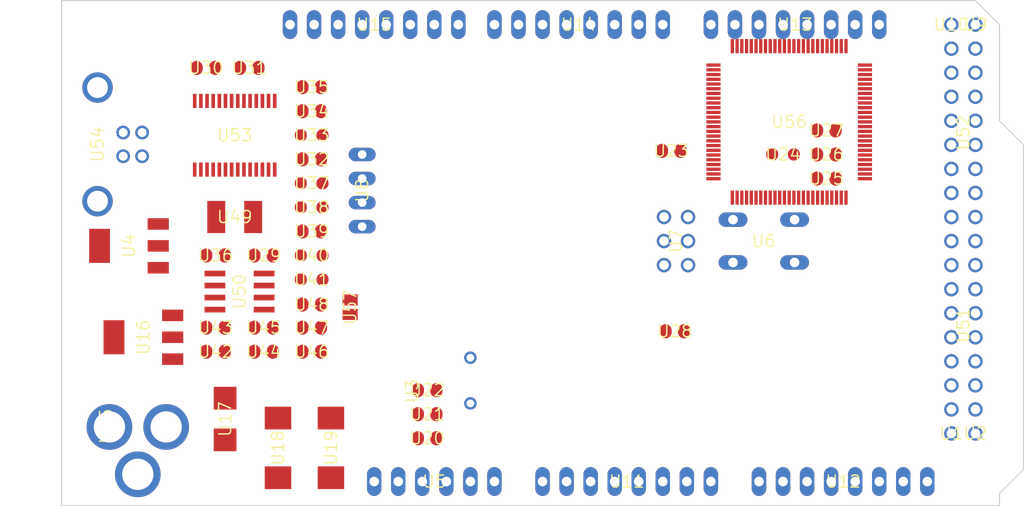
<source format=kicad_pcb>
(kicad_pcb (version 20221018) (generator pcbnew)
  (layers (0 "F.Cu" signal "Top") (31 "B.Cu" signal "Bottom") (34 "B.Paste" user) (35 "F.Paste" user) (36 "B.SilkS" user "B.Silkscreen") (37 "F.SilkS" user "F.Silkscreen") (38 "B.Mask" user) (39 "F.Mask" user) (44 "Edge.Cuts" user))
  (net 0 "")
  (net 1 "+5V")
  (net 2 "GND")
  (net 3 "N$6")
  (net 4 "N$7")
  (net 5 "AREF")
  (net 6 "RESET")
  (net 7 "VIN")
  (net 8 "N$3")
  (net 9 "PWRIN")
  (net 10 "M8RXD")
  (net 11 "M8TXD")
  (net 12 "ADC0")
  (net 13 "ADC2")
  (net 14 "ADC1")
  (net 15 "ADC3")
  (net 16 "ADC4")
  (net 17 "ADC5")
  (net 18 "ADC6")
  (net 19 "ADC7")
  (net 20 "+3V3")
  (net 21 "SDA")
  (net 22 "SCL")
  (net 23 "ADC9")
  (net 24 "ADC8")
  (net 25 "ADC10")
  (net 26 "ADC11")
  (net 27 "ADC12")
  (net 28 "ADC13")
  (net 29 "ADC14")
  (net 30 "ADC15")
  (net 31 "PB3")
  (net 32 "PB2")
  (net 33 "PB1")
  (net 34 "PB5")
  (net 35 "PB4")
  (net 36 "PE5")
  (net 37 "PE4")
  (net 38 "PE3")
  (net 39 "PE1")
  (net 40 "PE0")
  (net 41 "N$15")
  (net 42 "N$53")
  (net 43 "N$54")
  (net 44 "N$55")
  (net 45 "D-")
  (net 46 "D+")
  (net 47 "N$60")
  (net 48 "DTR")
  (net 49 "USBVCC")
  (net 50 "N$2")
  (net 51 "N$4")
  (net 52 "GATE_CMD")
  (net 53 "CMP")
  (net 54 "PB6")
  (net 55 "PH3")
  (net 56 "PH4")
  (net 57 "PH5")
  (net 58 "PH6")
  (net 59 "PG5")
  (net 60 "RXD1")
  (net 61 "TXD1")
  (net 62 "RXD2")
  (net 63 "RXD3")
  (net 64 "TXD2")
  (net 65 "TXD3")
  (net 66 "PC0")
  (net 67 "PC1")
  (net 68 "PC2")
  (net 69 "PC3")
  (net 70 "PC4")
  (net 71 "PC5")
  (net 72 "PC6")
  (net 73 "PC7")
  (net 74 "PB0")
  (net 75 "PG0")
  (net 76 "PG1")
  (net 77 "PG2")
  (net 78 "PD7")
  (net 79 "PA0")
  (net 80 "PA1")
  (net 81 "PA2")
  (net 82 "PA3")
  (net 83 "PA4")
  (net 84 "PA5")
  (net 85 "PA6")
  (net 86 "PA7")
  (net 87 "PL0")
  (net 88 "PL1")
  (net 89 "PL2")
  (net 90 "PL3")
  (net 91 "PL4")
  (net 92 "PL5")
  (net 93 "PL6")
  (net 94 "PL7")
  (net 95 "PB7")
  (net 96 "CTS")
  (net 97 "DSR")
  (net 98 "DCD")
  (net 99 "RI")
  (footprint "Arduino_MEGA_Reference_Design:2X03" (layer "F.Cu") (at 162.5981 103.7336 -90)
    (fp_text reference "U7")
    (fp_text value "")
  )
  (footprint "Arduino_MEGA_Reference_Design:1X08" (layer "F.Cu") (at 152.3111 80.8736 180)
    (fp_text reference "U14")
    (fp_text value "")
  )
  (footprint "Arduino_MEGA_Reference_Design:1X08" (layer "F.Cu") (at 130.7211 80.8736 180)
    (fp_text reference "U15")
    (fp_text value "")
  )
  (footprint "Arduino_MEGA_Reference_Design:SMC_D" (layer "F.Cu") (at 120.5611 125.5776 -90)
    (fp_text reference "U18")
    (fp_text value "")
  )
  (footprint "Arduino_MEGA_Reference_Design:SMC_D" (layer "F.Cu") (at 126.1491 125.5776 -90)
    (fp_text reference "U19")
    (fp_text value "")
  )
  (footprint "Arduino_MEGA_Reference_Design:B3F-10XX" (layer "F.Cu") (at 171.8691 103.7336 180)
    (fp_text reference "U6")
    (fp_text value "")
  )
  (footprint "Arduino_MEGA_Reference_Design:0805RND" (layer "F.Cu") (at 173.9011 94.5896 180)
    (fp_text reference "U24")
    (fp_text value "")
  )
  (footprint "Arduino_MEGA_Reference_Design:SMB" (layer "F.Cu") (at 114.9731 122.5296 -90)
    (fp_text reference "U17")
    (fp_text value "")
  )
  (footprint "Arduino_MEGA_Reference_Design:DC-21MM" (layer "F.Cu") (at 103.0351 123.2916 90)
    (fp_text reference "U55")
    (fp_text value "")
  )
  (footprint "Arduino_MEGA_Reference_Design:HC49_S" (layer "F.Cu") (at 140.8811 118.4656 90)
    (fp_text reference "U3")
    (fp_text value "")
  )
  (footprint "Arduino_MEGA_Reference_Design:SOT223" (layer "F.Cu") (at 106.3371 113.8936 90)
    (fp_text reference "U16")
    (fp_text value "")
  )
  (footprint "Arduino_MEGA_Reference_Design:1X06" (layer "F.Cu") (at 137.0711 129.1336)
    (fp_text reference "U5")
    (fp_text value "")
  )
  (footprint "Arduino_MEGA_Reference_Design:C0805RND" (layer "F.Cu") (at 124.1171 87.4776)
    (fp_text reference "U35")
    (fp_text value "")
  )
  (footprint "Arduino_MEGA_Reference_Design:C0805RND" (layer "F.Cu") (at 162.4711 113.2586)
    (fp_text reference "U28")
    (fp_text value "")
  )
  (footprint "Arduino_MEGA_Reference_Design:C0805RND" (layer "F.Cu") (at 136.3091 122.0216)
    (fp_text reference "U21")
    (fp_text value "")
  )
  (footprint "Arduino_MEGA_Reference_Design:C0805RND" (layer "F.Cu") (at 136.3091 119.4816)
    (fp_text reference "U22")
    (fp_text value "")
  )
  (footprint "Arduino_MEGA_Reference_Design:C0805RND" (layer "F.Cu") (at 113.9571 112.8776)
    (fp_text reference "U43")
    (fp_text value "")
  )
  (footprint "Arduino_MEGA_Reference_Design:RCL_0805RND" (layer "F.Cu") (at 124.1171 105.2576)
    (fp_text reference "U40")
    (fp_text value "")
  )
  (footprint "Arduino_MEGA_Reference_Design:RCL_0805RND" (layer "F.Cu") (at 124.1171 107.7976)
    (fp_text reference "U41")
    (fp_text value "")
  )
  (footprint "Arduino_MEGA_Reference_Design:1X08" (layer "F.Cu") (at 157.3911 129.1336)
    (fp_text reference "U11")
    (fp_text value "")
  )
  (footprint "Arduino_MEGA_Reference_Design:1X08" (layer "F.Cu") (at 175.1711 80.8736 180)
    (fp_text reference "U13")
    (fp_text value "")
  )
  (footprint "Arduino_MEGA_Reference_Design:R0805RND" (layer "F.Cu") (at 178.4731 94.5896 180)
    (fp_text reference "U26")
    (fp_text value "")
  )
  (footprint "Arduino_MEGA_Reference_Design:R0805RND" (layer "F.Cu") (at 178.4731 92.0496 180)
    (fp_text reference "U27")
    (fp_text value "")
  )
  (footprint "Arduino_MEGA_Reference_Design:TQFP100" (layer "F.Cu") (at 174.54998779296875 91.14759826660156 0)
    (fp_text reference "U56")
    (fp_text value "")
  )
  (footprint "Arduino_MEGA_Reference_Design:C0805RND" (layer "F.Cu") (at 162.0901 94.2086 180)
    (fp_text reference "U23")
    (fp_text value "")
  )
  (footprint "Arduino_MEGA_Reference_Design:C0805RND" (layer "F.Cu") (at 136.3091 124.5616)
    (fp_text reference "U20")
    (fp_text value "")
  )
  (footprint "Arduino_MEGA_Reference_Design:1X08" (layer "F.Cu") (at 180.2511 129.1336)
    (fp_text reference "U12")
    (fp_text value "")
  )
  (footprint "Arduino_MEGA_Reference_Design:R0805RND" (layer "F.Cu") (at 124.1171 112.8776)
    (fp_text reference "U47")
    (fp_text value "")
  )
  (footprint "Arduino_MEGA_Reference_Design:C0805RND" (layer "F.Cu") (at 124.1171 115.4176)
    (fp_text reference "U46")
    (fp_text value "")
  )
  (footprint "Arduino_MEGA_Reference_Design:C0805RND" (layer "F.Cu") (at 113.9571 105.2576)
    (fp_text reference "U36")
    (fp_text value "")
  )
  (footprint "Arduino_MEGA_Reference_Design:C0805RND" (layer "F.Cu") (at 112.9411 85.4456)
    (fp_text reference "U30")
    (fp_text value "")
  )
  (footprint "Arduino_MEGA_Reference_Design:0805RND" (layer "F.Cu") (at 124.1171 100.1776 180)
    (fp_text reference "U38")
    (fp_text value "")
  )
  (footprint "Arduino_MEGA_Reference_Design:0805RND" (layer "F.Cu") (at 124.1171 97.6376 180)
    (fp_text reference "U37")
    (fp_text value "")
  )
  (footprint "Arduino_MEGA_Reference_Design:R0805RND" (layer "F.Cu") (at 124.1171 95.0976)
    (fp_text reference "U32")
    (fp_text value "")
  )
  (footprint "Arduino_MEGA_Reference_Design:R0805RND" (layer "F.Cu") (at 124.1171 102.7176)
    (fp_text reference "U39")
    (fp_text value "")
  )
  (footprint "Arduino_MEGA_Reference_Design:SSOP28" (layer "F.Cu") (at 115.9891 92.5576)
    (fp_text reference "U53")
    (fp_text value "")
  )
  (footprint "Arduino_MEGA_Reference_Design:PN61729" (layer "F.Cu") (at 98.9584 93.5228 -90)
    (fp_text reference "U54")
    (fp_text value "")
  )
  (footprint "Arduino_MEGA_Reference_Design:L1812" (layer "F.Cu") (at 115.9891 101.1936)
    (fp_text reference "U49")
    (fp_text value "")
  )
  (footprint "Arduino_MEGA_Reference_Design:C0805RND" (layer "F.Cu") (at 117.5131 85.4456)
    (fp_text reference "U31")
    (fp_text value "")
  )
  (footprint "Arduino_MEGA_Reference_Design:0805RND" (layer "F.Cu") (at 124.1171 92.5576 180)
    (fp_text reference "U33")
    (fp_text value "")
  )
  (footprint "Arduino_MEGA_Reference_Design:R0805RND" (layer "F.Cu") (at 124.1171 90.0176 180)
    (fp_text reference "U34")
    (fp_text value "")
  )
  (footprint "Arduino_MEGA_Reference_Design:C0805RND" (layer "F.Cu") (at 124.1171 110.4392 180)
    (fp_text reference "U48")
    (fp_text value "")
  )
  (footprint "Arduino_MEGA_Reference_Design:SOT223" (layer "F.Cu") (at 104.8131 104.2416 90)
    (fp_text reference "U4")
    (fp_text value "")
  )
  (footprint "Arduino_MEGA_Reference_Design:SO08" (layer "F.Cu") (at 116.4971 109.0676 -90)
    (fp_text reference "U50")
    (fp_text value "")
  )
  (footprint "Arduino_MEGA_Reference_Design:R0805RND" (layer "F.Cu") (at 113.9571 115.4176 180)
    (fp_text reference "U42")
    (fp_text value "")
  )
  (footprint "Arduino_MEGA_Reference_Design:R0805RND" (layer "F.Cu") (at 119.0371 112.8776 180)
    (fp_text reference "U45")
    (fp_text value "")
  )
  (footprint "Arduino_MEGA_Reference_Design:C0805RND" (layer "F.Cu") (at 119.0371 115.4176 180)
    (fp_text reference "U44")
    (fp_text value "")
  )
  (footprint "Arduino_MEGA_Reference_Design:C0805RND" (layer "F.Cu") (at 119.0371 105.2576)
    (fp_text reference "U29")
    (fp_text value "")
  )
  (footprint "Arduino_MEGA_Reference_Design:2X08" (layer "F.Cu") (at 192.9511 92.3036 90)
    (fp_text reference "U52")
    (fp_text value "")
  )
  (footprint "Arduino_MEGA_Reference_Design:2X08" (layer "F.Cu") (at 192.9511 112.6236 90)
    (fp_text reference "U51")
    (fp_text value "")
  )
  (footprint "Arduino_MEGA_Reference_Design:R0805RND" (layer "F.Cu") (at 178.4731 97.1296 180)
    (fp_text reference "U25")
    (fp_text value "")
  )
  (footprint "Arduino_MEGA_Reference_Design:1X01" (layer "F.Cu") (at 191.6811 80.8736)
    (fp_text reference "U10")
    (fp_text value "")
  )
  (footprint "Arduino_MEGA_Reference_Design:1X01" (layer "F.Cu") (at 194.2211 80.8736)
    (fp_text reference "U9")
    (fp_text value "")
  )
  (footprint "Arduino_MEGA_Reference_Design:1X01" (layer "F.Cu") (at 191.6811 124.0536)
    (fp_text reference "U1")
    (fp_text value "")
  )
  (footprint "Arduino_MEGA_Reference_Design:1X01" (layer "F.Cu") (at 194.2211 124.0536)
    (fp_text reference "U2")
    (fp_text value "")
  )
  (footprint "Arduino_MEGA_Reference_Design:SJ" (layer "F.Cu") (at 128.1811 110.7186 -90)
    (fp_text reference "U57")
    (fp_text value "")
  )
  (footprint "Arduino_MEGA_Reference_Design:JP4" (layer "F.Cu") (at 129.4511 98.3996 -90)
    (fp_text reference "U8")
    (fp_text value "")
  )
  (gr_line (start 196.7611 80.8736) (end 196.7611 91.0336) (layer "Edge.Cuts") (width 0.12))
  (gr_line (start 196.7611 130.4036) (end 196.7611 131.6736) (layer "Edge.Cuts") (width 0.12))
  (gr_line (start 194.2211 78.3336) (end 196.7611 80.8736) (layer "Edge.Cuts") (width 0.12))
  (gr_line (start 97.7011 78.3336) (end 194.2211 78.3336) (layer "Edge.Cuts") (width 0.12))
  (gr_line (start 196.7611 91.0336) (end 199.3011 93.5736) (layer "Edge.Cuts") (width 0.12))
  (gr_line (start 97.7011 131.6736) (end 97.7011 78.3336) (layer "Edge.Cuts") (width 0.12))
  (gr_line (start 196.7611 131.6736) (end 97.7011 131.6736) (layer "Edge.Cuts") (width 0.12))
  (gr_line (start 199.3011 93.5736) (end 199.3011 127.8636) (layer "Edge.Cuts") (width 0.12))
  (gr_line (start 199.3011 127.8636) (end 196.7611 130.4036) (layer "Edge.Cuts") (width 0.12))
)
</source>
